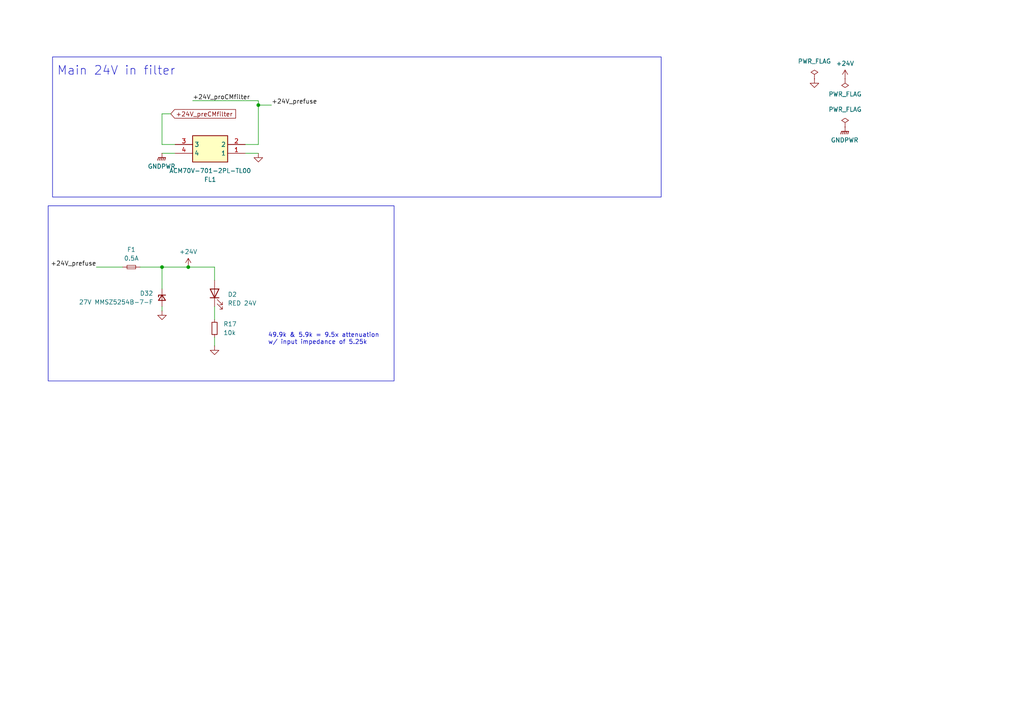
<source format=kicad_sch>
(kicad_sch (version 20231120) (generator "eeschema") (generator_version "8.0")
  (paper "A4")
  (title_block (title "IMU DIY") (date "2025-05-09") (rev "1.2") (company "NTURacing") (comment 1 "郭哲明 Jack Kuo") (comment 2 "Electrical group"))
  (lib_symbols
    (symbol "Device:D_Zener_Small" (pin_numbers hide) (pin_names (offset 0.254) hide)
      (property "Reference" "D" (at 0 2.286 0))
      (property "Value" "D_Zener_Small" (at 0 -2.286 0))
      (symbol "D_Zener_Small_0_1"
        (polyline (pts (xy 0.762 0) (xy -0.762 0)))
        (polyline (pts (xy -0.254 1.016) (xy -0.762 1.016) (xy -0.762 -1.016)) (stroke (width 0.254)))
        (polyline (pts (xy 0.762 1.016) (xy -0.762 0) (xy 0.762 -1.016) (xy 0.762 1.016)) (stroke (width 0.254)))
      )
      (symbol "D_Zener_Small_1_1"
        (pin passive line (at -2.54 0 0) (length 1.778) (name "K") (number "1"))
        (pin passive line (at 2.54 0 180) (length 1.778) (name "A") (number "2"))
      )
    )
    (symbol "Device:Fuse_Small" (pin_numbers hide) (pin_names (offset 0.254) hide)
      (property "Reference" "F" (at 0 -1.524 0))
      (property "Value" "Fuse_Small" (at 0 1.524 0))
      (symbol "Fuse_Small_0_1"
        (rectangle (start -1.27 0.508) (end 1.27 -0.508))
        (polyline (pts (xy -1.27 0) (xy 1.27 0)))
      )
      (symbol "Fuse_Small_1_1"
        (pin passive line (at -2.54 0 0) (length 1.27) (name "~") (number "1"))
        (pin passive line (at 2.54 0 180) (length 1.27) (name "~") (number "2"))
      )
    )
    (symbol "Device:LED" (pin_numbers hide) (pin_names (offset 1.016) hide)
      (property "Reference" "D" (at 0 2.54 0))
      (property "Value" "LED" (at 0 -2.54 0))
      (symbol "LED_0_1"
        (polyline (pts (xy -1.27 -1.27) (xy -1.27 1.27)) (stroke (width 0.254)))
        (polyline (pts (xy -1.27 0) (xy 1.27 0)))
        (polyline (pts (xy 1.27 -1.27) (xy 1.27 1.27) (xy -1.27 0) (xy 1.27 -1.27)) (stroke (width 0.254)))
        (polyline (pts (xy -3.048 -0.762) (xy -4.572 -2.286) (xy -3.81 -2.286) (xy -4.572 -2.286) (xy -4.572 -1.524)))
        (polyline (pts (xy -1.778 -0.762) (xy -3.302 -2.286) (xy -2.54 -2.286) (xy -3.302 -2.286) (xy -3.302 -1.524)))
      )
      (symbol "LED_1_1"
        (pin passive line (at -3.81 0 0) (length 2.54) (name "K") (number "1"))
        (pin passive line (at 3.81 0 180) (length 2.54) (name "A") (number "2"))
      )
    )
    (symbol "Device:R_Small" (pin_numbers hide) (pin_names (offset 0.254) hide)
      (property "Reference" "R" (at 0.762 0.508 0))
      (property "Value" "R_Small" (at 0.762 -1.016 0))
      (symbol "R_Small_0_1"
        (rectangle (start -0.762 1.778) (end 0.762 -1.778) (stroke (width 0.2032)))
      )
      (symbol "R_Small_1_1"
        (pin passive line (at 0 2.54 270) (length 0.762) (name "~") (number "1"))
        (pin passive line (at 0 -2.54 90) (length 0.762) (name "~") (number "2"))
      )
    )
    (symbol "SamacSys_Parts_EP6:ACM70V-701-2PL-TL00"
      (property "Reference" "FL" (at 16.51 7.62 0))
      (property "Value" "ACM70V-701-2PL-TL00" (at 16.51 5.08 0))
      (symbol "ACM70V-701-2PL-TL00_1_1"
        (rectangle (start 5.08 2.54) (end 15.24 -5.08) (stroke (width 0.254)) (fill (type background)))
        (pin passive line (at 0 0 0) (length 5.08) (name "1") (number "1"))
        (pin passive line (at 0 -2.54 0) (length 5.08) (name "2") (number "2"))
        (pin passive line (at 20.32 -2.54 180) (length 5.08) (name "3") (number "3"))
        (pin passive line (at 20.32 0 180) (length 5.08) (name "4") (number "4"))
      )
    )
    (symbol "power:+24V" (power) (pin_numbers hide) (pin_names (offset 0) hide)
      (property "Value" "+24V" (at 0 3.556 0))
      (symbol "+24V_0_1"
        (polyline (pts (xy -0.762 1.27) (xy 0 2.54)))
        (polyline (pts (xy 0 0) (xy 0 2.54)))
        (polyline (pts (xy 0 2.54) (xy 0.762 1.27)))
      )
      (symbol "+24V_1_1"
        (pin power_in line (at 0 0 90) (length 0) (name "~") (number "1"))
      )
    )
    (symbol "power:GND" (power) (pin_numbers hide) (pin_names (offset 0) hide)
      (property "Value" "GND" (at 0 -3.81 0))
      (symbol "GND_0_1"
        (polyline (pts (xy 0 0) (xy 0 -1.27) (xy 1.27 -1.27) (xy 0 -2.54) (xy -1.27 -1.27) (xy 0 -1.27)))
      )
      (symbol "GND_1_1"
        (pin power_in line (at 0 0 270) (length 0) (name "~") (number "1"))
      )
    )
    (symbol "power:GNDPWR" (power) (pin_numbers hide) (pin_names (offset 0) hide)
      (property "Value" "GNDPWR" (at 0 -3.302 0))
      (symbol "GNDPWR_0_1"
        (polyline (pts (xy 0 -1.27) (xy 0 0)))
        (polyline (pts (xy -1.016 -1.27) (xy -1.27 -2.032) (xy -1.27 -2.032)) (stroke (width 0.2032)))
        (polyline (pts (xy -0.508 -1.27) (xy -0.762 -2.032) (xy -0.762 -2.032)) (stroke (width 0.2032)))
        (polyline (pts (xy 0 -1.27) (xy -0.254 -2.032) (xy -0.254 -2.032)) (stroke (width 0.2032)))
        (polyline (pts (xy 0.508 -1.27) (xy 0.254 -2.032) (xy 0.254 -2.032)) (stroke (width 0.2032)))
        (polyline (pts (xy 1.016 -1.27) (xy -1.016 -1.27) (xy -1.016 -1.27)) (stroke (width 0.2032)))
        (polyline (pts (xy 1.016 -1.27) (xy 0.762 -2.032) (xy 0.762 -2.032) (xy 0.762 -2.032)) (stroke (width 0.2032)))
      )
      (symbol "GNDPWR_1_1"
        (pin power_in line (at 0 0 270) (length 0) (name "~") (number "1"))
      )
    )
    (symbol "power:PWR_FLAG" (power) (pin_numbers hide) (pin_names (offset 0) hide)
      (property "Value" "PWR_FLAG" (at 0 3.81 0))
      (symbol "PWR_FLAG_0_0"
        (pin power_out line (at 0 0 90) (length 0) (name "~") (number "1"))
      )
      (symbol "PWR_FLAG_0_1"
        (polyline (pts (xy 0 0) (xy 0 1.27) (xy -1.016 1.905) (xy 0 2.54) (xy 1.016 1.905) (xy 0 1.27)))
      )
    )
  )
  (junction (at 46.99 77.47))
  (junction (at 54.61 77.47))
  (junction (at 74.93 30.48))
  (wire (pts (xy 46.99 33.02) (xy 49.53 33.02)))
  (wire (pts (xy 71.12 41.91) (xy 74.93 41.91)))
  (wire (pts (xy 27.94 77.47) (xy 35.56 77.47)))
  (wire (pts (xy 74.93 29.21) (xy 74.93 30.48)))
  (wire (pts (xy 71.12 44.45) (xy 74.93 44.45)))
  (wire (pts (xy 62.23 92.71) (xy 62.23 88.9)))
  (wire (pts (xy 74.93 30.48) (xy 78.74 30.48)))
  (wire (pts (xy 55.88 29.21) (xy 74.93 29.21)))
  (wire (pts (xy 46.99 83.82) (xy 46.99 77.47)))
  (wire (pts (xy 50.8 44.45) (xy 46.99 44.45)))
  (wire (pts (xy 62.23 77.47) (xy 62.23 81.28)))
  (wire (pts (xy 54.61 77.47) (xy 62.23 77.47)))
  (wire (pts (xy 46.99 88.9) (xy 46.99 90.17)))
  (wire (pts (xy 46.99 77.47) (xy 54.61 77.47)))
  (wire (pts (xy 74.93 30.48) (xy 74.93 41.91)))
  (wire (pts (xy 50.8 41.91) (xy 46.99 41.91)))
  (wire (pts (xy 62.23 100.33) (xy 62.23 97.79)))
  (wire (pts (xy 46.99 33.02) (xy 46.99 41.91)))
  (wire (pts (xy 40.64 77.47) (xy 46.99 77.47)))
  (rectangle (start 15.24 16.51) (end 191.77 57.15))
  (rectangle (start 13.97 59.69) (end 114.3 110.49))
  (text "49.9k & 5.9k = 9.5x attenuation \nw/ input impedance of 5.25k" (at 77.724 100.076 0) (effects (font (size 1.27 1.27)) (justify left bottom)))
  (text "Main 24V in filter\n" (at 16.51 22.098 0) (effects (font (size 2.54 2.54)) (justify left bottom)))
  (label "+24V_prefuse" (at 27.94 77.47 180))
  (label "+24V_proCMfilter" (at 55.88 29.21 0))
  (label "+24V_prefuse" (at 78.74 30.48 0))
  (global_label "+24V_preCMfilter" (shape input) (at 49.53 33.02 0) (property "Intersheetrefs" "${INTERSHEET_REFS}" (effects (hide yes))))
  (symbol (lib_id "power:GNDPWR") (at 46.99 44.45 0) (unit 1)
    (property "Reference" "#PWR052" (effects (hide yes)))
    (property "Value" "GNDPWR" (at 46.863 48.26 0))
    (property "Description" "Power symbol creates a global label with name \"GNDPWR\" , global ground" (effects (hide yes)))
  )
  (symbol (lib_id "Device:D_Zener_Small") (at 46.99 86.36 90) (mirror x) (unit 1)
    (property "Reference" "D32" (at 44.45 85.0899 90) (effects (justify left)))
    (property "Value" "27V MMSZ5254B-7-F" (at 44.45 87.6299 90) (effects (justify left)))
    (property "Footprint" "Diode_SMD:D_SOD-123" (effects (hide yes)))
    (property "Description" "Zener diode, small symbol" (effects (hide yes)))
  )
  (symbol (lib_id "power:GND") (at 62.23 100.33 0) (unit 1)
    (property "Reference" "#PWR061" (effects (hide yes)))
    (property "Value" "GND" (effects (hide yes)))
    (property "Description" "Power symbol creates a global label with name \"GND\" , ground" (effects (hide yes)))
  )
  (symbol (lib_id "Device:R_Small") (at 62.23 95.25 0) (unit 1)
    (property "Reference" "R17" (at 64.77 93.98 0) (effects (justify left)))
    (property "Value" "10k" (at 64.77 96.52 0) (effects (justify left)))
    (property "Footprint" "Resistor_SMD:R_0402_1005Metric" (effects (hide yes)))
    (property "Description" "Resistor, small symbol" (effects (hide yes)))
  )
  (symbol (lib_id "Device:LED") (at 62.23 85.09 90) (unit 1)
    (property "Reference" "D2" (at 66.04 85.4075 90) (effects (justify right)))
    (property "Value" "RED 24V" (at 66.04 87.9475 90) (effects (justify right)))
    (property "Footprint" "LED_SMD:LED_0603_1608Metric" (effects (hide yes)))
    (property "Description" "Light emitting diode" (effects (hide yes)))
  )
  (symbol (lib_id "power:+24V") (at 54.61 77.47 0) (unit 1)
    (property "Reference" "#PWR057" (effects (hide yes)))
    (property "Value" "+24V" (at 54.61 73.025 0))
    (property "Description" "Power symbol creates a global label with name \"+24V\"" (effects (hide yes)))
  )
  (symbol (lib_id "power:+24V") (at 245.11 22.86 0) (unit 1)
    (property "Reference" "#PWR046" (effects (hide yes)))
    (property "Value" "+24V" (at 245.11 18.415 0))
    (property "Description" "Power symbol creates a global label with name \"+24V\"" (effects (hide yes)))
  )
  (symbol (lib_id "SamacSys_Parts_EP6:ACM70V-701-2PL-TL00") (at 71.12 44.45 180) (unit 1)
    (property "Reference" "FL1" (at 60.96 52.07 0))
    (property "Value" "ACM70V-701-2PL-TL00" (at 60.96 49.53 0))
    (property "Footprint" "SamacSys_Parts_EP6:ACM70V7012PLTL00" (effects (hide yes)))
    (property "Datasheet" "https://product.tdk.com/system/files/dam/doc/product/emc/emc/cmf_cmc/datasheets/cmf_automotive_power_acm70v_en.pdf" (effects (hide yes)))
    (property "Description" "Common Mode Choke 700R 4A R015 SMD TDK ACM-V Series Shielded SMD Common Mode Line Filter with a Ferrite Core, Wire-Wound 4A Idc" (effects (hide yes)))
    (property "Height" "3" (effects (hide yes)))
    (property "Mouser Part Number" "810-ACM70V7012PLTL00" (effects (hide yes)))
    (property "Mouser Price/Stock" "https://www.mouser.co.uk/ProductDetail/TDK/ACM70V-701-2PL-TL00?qs=YvrHl8DOVkzRE2uVQ82ErQ%3D%3D" (effects (hide yes)))
    (property "Manufacturer_Name" "TDK" (effects (hide yes)))
    (property "Manufacturer_Part_Number" "ACM70V-701-2PL-TL00" (effects (hide yes)))
  )
  (symbol (lib_id "power:PWR_FLAG") (at 236.22 22.86 0) (unit 1)
    (property "Reference" "#FLG04" (effects (hide yes)))
    (property "Value" "PWR_FLAG" (at 236.22 17.78 0))
    (property "Description" "Special symbol for telling ERC where power comes from" (effects (hide yes)))
  )
  (symbol (lib_id "power:GND") (at 236.22 22.86 0) (unit 1)
    (property "Reference" "#PWR045" (effects (hide yes)))
    (property "Value" "GND" (effects (hide yes)))
    (property "Description" "Power symbol creates a global label with name \"GND\" , ground" (effects (hide yes)))
  )
  (symbol (lib_id "power:GND") (at 46.99 90.17 0) (unit 1)
    (property "Reference" "#PWR0139" (effects (hide yes)))
    (property "Value" "GND" (effects (hide yes)))
    (property "Description" "Power symbol creates a global label with name \"GND\" , ground" (effects (hide yes)))
  )
  (symbol (lib_id "power:PWR_FLAG") (at 245.11 36.83 0) (unit 1)
    (property "Reference" "#FLG06" (effects (hide yes)))
    (property "Value" "PWR_FLAG" (at 245.11 31.75 0))
    (property "Description" "Special symbol for telling ERC where power comes from" (effects (hide yes)))
  )
  (symbol (lib_id "power:GNDPWR") (at 245.11 36.83 0) (unit 1)
    (property "Reference" "#PWR051" (effects (hide yes)))
    (property "Value" "GNDPWR" (at 244.983 40.64 0))
    (property "Description" "Power symbol creates a global label with name \"GNDPWR\" , global ground" (effects (hide yes)))
  )
  (symbol (lib_id "power:GND") (at 74.93 44.45 0) (unit 1)
    (property "Reference" "#PWR053" (effects (hide yes)))
    (property "Value" "GND" (effects (hide yes)))
    (property "Description" "Power symbol creates a global label with name \"GND\" , ground" (effects (hide yes)))
  )
  (symbol (lib_id "Device:Fuse_Small") (at 38.1 77.47 0) (unit 1)
    (property "Reference" "F1" (at 38.1 72.39 0))
    (property "Value" "0.5A" (at 38.1 74.93 0))
    (property "Footprint" "Fuse:Fuse_1206_3216Metric" (effects (hide yes)))
    (property "Description" "Fuse, small symbol" (effects (hide yes)))
  )
  (symbol (lib_id "power:PWR_FLAG") (at 245.11 22.86 0) (mirror x) (unit 1)
    (property "Reference" "#FLG05" (effects (hide yes)))
    (property "Value" "PWR_FLAG" (at 245.11 27.305 0))
    (property "Description" "Special symbol for telling ERC where power comes from" (effects (hide yes)))
  )
)
</source>
